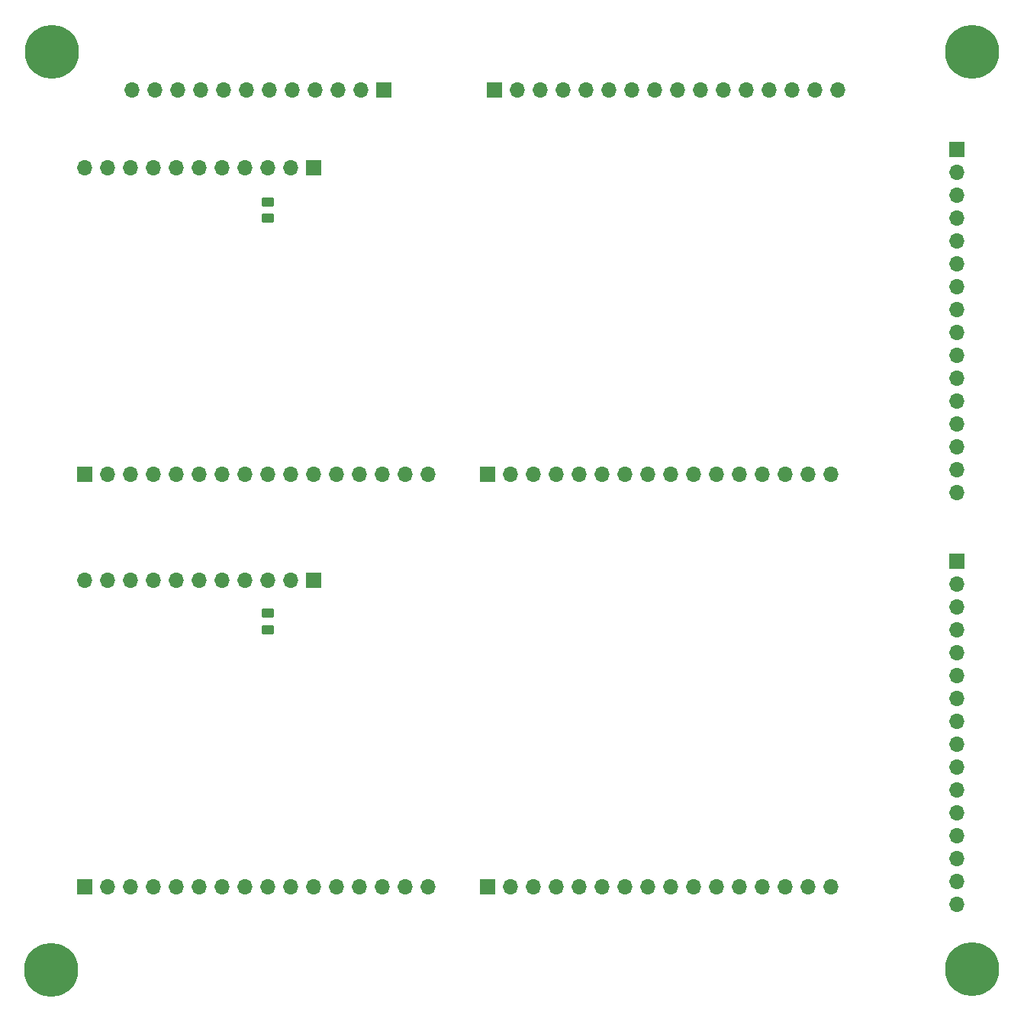
<source format=gbr>
%TF.GenerationSoftware,KiCad,Pcbnew,(6.0.0-0)*%
%TF.CreationDate,2022-01-19T10:54:39-05:00*%
%TF.ProjectId,Special-Purpose-Register-Backplane,53706563-6961-46c2-9d50-7572706f7365,rev?*%
%TF.SameCoordinates,Original*%
%TF.FileFunction,Soldermask,Top*%
%TF.FilePolarity,Negative*%
%FSLAX46Y46*%
G04 Gerber Fmt 4.6, Leading zero omitted, Abs format (unit mm)*
G04 Created by KiCad (PCBNEW (6.0.0-0)) date 2022-01-19 10:54:39*
%MOMM*%
%LPD*%
G01*
G04 APERTURE LIST*
G04 Aperture macros list*
%AMRoundRect*
0 Rectangle with rounded corners*
0 $1 Rounding radius*
0 $2 $3 $4 $5 $6 $7 $8 $9 X,Y pos of 4 corners*
0 Add a 4 corners polygon primitive as box body*
4,1,4,$2,$3,$4,$5,$6,$7,$8,$9,$2,$3,0*
0 Add four circle primitives for the rounded corners*
1,1,$1+$1,$2,$3*
1,1,$1+$1,$4,$5*
1,1,$1+$1,$6,$7*
1,1,$1+$1,$8,$9*
0 Add four rect primitives between the rounded corners*
20,1,$1+$1,$2,$3,$4,$5,0*
20,1,$1+$1,$4,$5,$6,$7,0*
20,1,$1+$1,$6,$7,$8,$9,0*
20,1,$1+$1,$8,$9,$2,$3,0*%
G04 Aperture macros list end*
%ADD10R,1.700000X1.700000*%
%ADD11O,1.700000X1.700000*%
%ADD12C,0.800000*%
%ADD13C,6.000000*%
%ADD14RoundRect,0.250000X0.450000X-0.262500X0.450000X0.262500X-0.450000X0.262500X-0.450000X-0.262500X0*%
G04 APERTURE END LIST*
D10*
%TO.C,J1*%
X135090000Y-34080000D03*
D11*
X132550000Y-34080000D03*
X130010000Y-34080000D03*
X127470000Y-34080000D03*
X124930000Y-34080000D03*
X122390000Y-34080000D03*
X119850000Y-34080000D03*
X117310000Y-34080000D03*
X114770000Y-34080000D03*
X112230000Y-34080000D03*
X109690000Y-34080000D03*
%TD*%
D10*
%TO.C,J4*%
X135100000Y-79900000D03*
D11*
X132560000Y-79900000D03*
X130020000Y-79900000D03*
X127480000Y-79900000D03*
X124940000Y-79900000D03*
X122400000Y-79900000D03*
X119860000Y-79900000D03*
X117320000Y-79900000D03*
X114780000Y-79900000D03*
X112240000Y-79900000D03*
X109700000Y-79900000D03*
%TD*%
D12*
%TO.C,REF\u002A\u002A*%
X106000000Y-120850000D03*
X108250000Y-123100000D03*
X107590990Y-124690990D03*
X107590990Y-121509010D03*
X104409010Y-121509010D03*
D13*
X106000000Y-123100000D03*
D12*
X106000000Y-125350000D03*
X104409010Y-124690990D03*
X103750000Y-123100000D03*
%TD*%
D10*
%TO.C,J3*%
X154391000Y-68112000D03*
D11*
X156931000Y-68112000D03*
X159471000Y-68112000D03*
X162011000Y-68112000D03*
X164551000Y-68112000D03*
X167091000Y-68112000D03*
X169631000Y-68112000D03*
X172171000Y-68112000D03*
X174711000Y-68112000D03*
X177251000Y-68112000D03*
X179791000Y-68112000D03*
X182331000Y-68112000D03*
X184871000Y-68112000D03*
X187411000Y-68112000D03*
X189951000Y-68112000D03*
X192491000Y-68112000D03*
%TD*%
D14*
%TO.C,R2*%
X130048000Y-85344000D03*
X130048000Y-83519000D03*
%TD*%
D10*
%TO.C,J10*%
X206502000Y-77724000D03*
D11*
X206502000Y-80264000D03*
X206502000Y-82804000D03*
X206502000Y-85344000D03*
X206502000Y-87884000D03*
X206502000Y-90424000D03*
X206502000Y-92964000D03*
X206502000Y-95504000D03*
X206502000Y-98044000D03*
X206502000Y-100584000D03*
X206502000Y-103124000D03*
X206502000Y-105664000D03*
X206502000Y-108204000D03*
X206502000Y-110744000D03*
X206502000Y-113284000D03*
X206502000Y-115824000D03*
%TD*%
D10*
%TO.C,J6*%
X154390000Y-113930000D03*
D11*
X156930000Y-113930000D03*
X159470000Y-113930000D03*
X162010000Y-113930000D03*
X164550000Y-113930000D03*
X167090000Y-113930000D03*
X169630000Y-113930000D03*
X172170000Y-113930000D03*
X174710000Y-113930000D03*
X177250000Y-113930000D03*
X179790000Y-113930000D03*
X182330000Y-113930000D03*
X184870000Y-113930000D03*
X187410000Y-113930000D03*
X189950000Y-113930000D03*
X192490000Y-113930000D03*
%TD*%
D10*
%TO.C,J2*%
X109690000Y-68110000D03*
D11*
X112230000Y-68110000D03*
X114770000Y-68110000D03*
X117310000Y-68110000D03*
X119850000Y-68110000D03*
X122390000Y-68110000D03*
X124930000Y-68110000D03*
X127470000Y-68110000D03*
X130010000Y-68110000D03*
X132550000Y-68110000D03*
X135090000Y-68110000D03*
X137630000Y-68110000D03*
X140170000Y-68110000D03*
X142710000Y-68110000D03*
X145250000Y-68110000D03*
X147790000Y-68110000D03*
%TD*%
D14*
%TO.C,R1*%
X130048000Y-39671000D03*
X130048000Y-37846000D03*
%TD*%
D10*
%TO.C,J8*%
X155194000Y-25400000D03*
D11*
X157734000Y-25400000D03*
X160274000Y-25400000D03*
X162814000Y-25400000D03*
X165354000Y-25400000D03*
X167894000Y-25400000D03*
X170434000Y-25400000D03*
X172974000Y-25400000D03*
X175514000Y-25400000D03*
X178054000Y-25400000D03*
X180594000Y-25400000D03*
X183134000Y-25400000D03*
X185674000Y-25400000D03*
X188214000Y-25400000D03*
X190754000Y-25400000D03*
X193294000Y-25400000D03*
%TD*%
D12*
%TO.C,REF\u002A\u002A*%
X208200000Y-18900000D03*
X210450000Y-21150000D03*
X209790990Y-22740990D03*
X209790990Y-19559010D03*
X206609010Y-19559010D03*
D13*
X208200000Y-21150000D03*
D12*
X208200000Y-23400000D03*
X206609010Y-22740990D03*
X205950000Y-21150000D03*
%TD*%
%TO.C,REF\u002A\u002A*%
X106025000Y-18925000D03*
X108275000Y-21175000D03*
X107615990Y-22765990D03*
X107615990Y-19584010D03*
X104434010Y-19584010D03*
D13*
X106025000Y-21175000D03*
D12*
X106025000Y-23425000D03*
X104434010Y-22765990D03*
X103775000Y-21175000D03*
%TD*%
D10*
%TO.C,J5*%
X109692000Y-113930000D03*
D11*
X112232000Y-113930000D03*
X114772000Y-113930000D03*
X117312000Y-113930000D03*
X119852000Y-113930000D03*
X122392000Y-113930000D03*
X124932000Y-113930000D03*
X127472000Y-113930000D03*
X130012000Y-113930000D03*
X132552000Y-113930000D03*
X135092000Y-113930000D03*
X137632000Y-113930000D03*
X140172000Y-113930000D03*
X142712000Y-113930000D03*
X145252000Y-113930000D03*
X147792000Y-113930000D03*
%TD*%
D12*
%TO.C,REF\u002A\u002A*%
X208200000Y-120800000D03*
X210450000Y-123050000D03*
X209790990Y-124640990D03*
X209790990Y-121459010D03*
X206609010Y-121459010D03*
D13*
X208200000Y-123050000D03*
D12*
X208200000Y-125300000D03*
X206609010Y-124640990D03*
X205950000Y-123050000D03*
%TD*%
D10*
%TO.C,J9*%
X206502000Y-32004000D03*
D11*
X206502000Y-34544000D03*
X206502000Y-37084000D03*
X206502000Y-39624000D03*
X206502000Y-42164000D03*
X206502000Y-44704000D03*
X206502000Y-47244000D03*
X206502000Y-49784000D03*
X206502000Y-52324000D03*
X206502000Y-54864000D03*
X206502000Y-57404000D03*
X206502000Y-59944000D03*
X206502000Y-62484000D03*
X206502000Y-65024000D03*
X206502000Y-67564000D03*
X206502000Y-70104000D03*
%TD*%
D10*
%TO.C,J7*%
X142850000Y-25450000D03*
D11*
X140310000Y-25450000D03*
X137770000Y-25450000D03*
X135230000Y-25450000D03*
X132690000Y-25450000D03*
X130150000Y-25450000D03*
X127610000Y-25450000D03*
X125070000Y-25450000D03*
X122530000Y-25450000D03*
X119990000Y-25450000D03*
X117450000Y-25450000D03*
X114910000Y-25450000D03*
%TD*%
M02*

</source>
